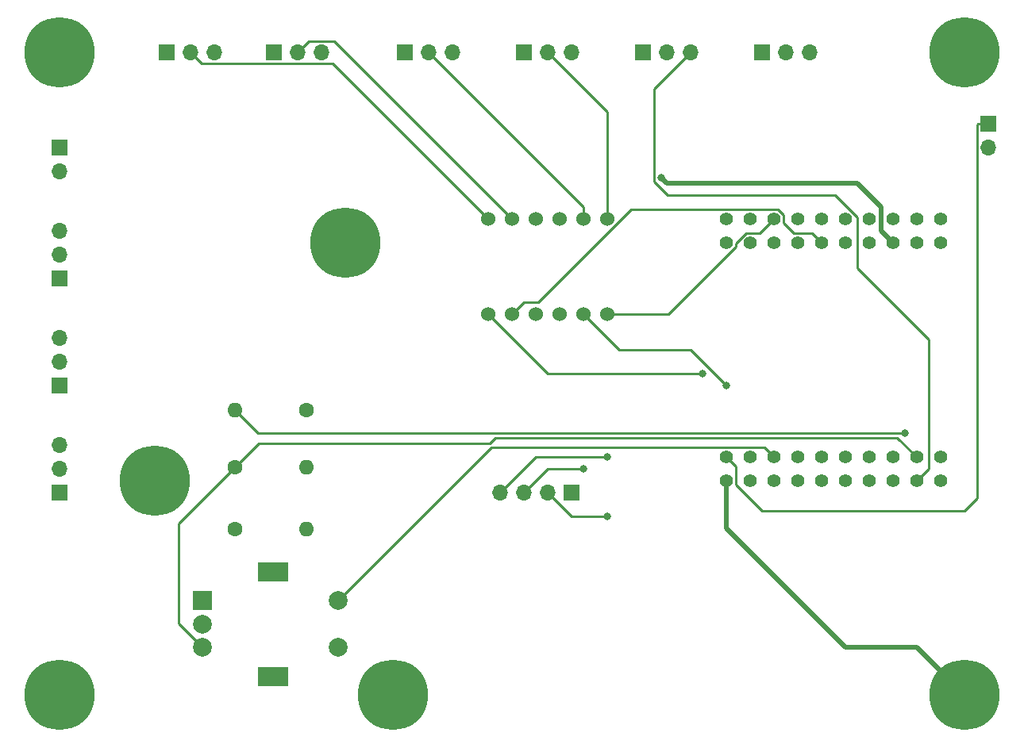
<source format=gbr>
%TF.GenerationSoftware,KiCad,Pcbnew,7.0.6*%
%TF.CreationDate,2025-02-04T21:06:21+01:00*%
%TF.ProjectId,PCB,5043422e-6b69-4636-9164-5f7063625858,rev?*%
%TF.SameCoordinates,Original*%
%TF.FileFunction,Copper,L2,Bot*%
%TF.FilePolarity,Positive*%
%FSLAX46Y46*%
G04 Gerber Fmt 4.6, Leading zero omitted, Abs format (unit mm)*
G04 Created by KiCad (PCBNEW 7.0.6) date 2025-02-04 21:06:21*
%MOMM*%
%LPD*%
G01*
G04 APERTURE LIST*
%TA.AperFunction,ComponentPad*%
%ADD10C,7.500000*%
%TD*%
%TA.AperFunction,ComponentPad*%
%ADD11R,1.700000X1.700000*%
%TD*%
%TA.AperFunction,ComponentPad*%
%ADD12O,1.700000X1.700000*%
%TD*%
%TA.AperFunction,ComponentPad*%
%ADD13R,2.000000X2.000000*%
%TD*%
%TA.AperFunction,ComponentPad*%
%ADD14C,2.000000*%
%TD*%
%TA.AperFunction,ComponentPad*%
%ADD15R,3.200000X2.000000*%
%TD*%
%TA.AperFunction,ComponentPad*%
%ADD16C,1.600000*%
%TD*%
%TA.AperFunction,ComponentPad*%
%ADD17O,1.600000X1.600000*%
%TD*%
%TA.AperFunction,ComponentPad*%
%ADD18C,1.400000*%
%TD*%
%TA.AperFunction,ComponentPad*%
%ADD19C,1.524000*%
%TD*%
%TA.AperFunction,ViaPad*%
%ADD20C,0.800000*%
%TD*%
%TA.AperFunction,Conductor*%
%ADD21C,0.500000*%
%TD*%
%TA.AperFunction,Conductor*%
%ADD22C,0.250000*%
%TD*%
G04 APERTURE END LIST*
D10*
%TO.P,,1*%
%TO.N,GND*%
X119380000Y-111760000D03*
%TD*%
%TO.P,,1*%
%TO.N,GND*%
X139700000Y-86360000D03*
%TD*%
D11*
%TO.P,J6,1,Pin_1*%
%TO.N,5VCC*%
X158750000Y-66040000D03*
D12*
%TO.P,J6,2,Pin_2*%
%TO.N,Net-(J6-Pin_2)*%
X161290000Y-66040000D03*
%TO.P,J6,3,Pin_3*%
%TO.N,GND*%
X163830000Y-66040000D03*
%TD*%
D11*
%TO.P,J5,1,Pin_1*%
%TO.N,5VCC*%
X146050000Y-66040000D03*
D12*
%TO.P,J5,2,Pin_2*%
%TO.N,Net-(J5-Pin_2)*%
X148590000Y-66040000D03*
%TO.P,J5,3,Pin_3*%
%TO.N,GND*%
X151130000Y-66040000D03*
%TD*%
D13*
%TO.P,SW1,A,A*%
%TO.N,Net-(U1-IO_10{slash}SD3)*%
X124460000Y-124540000D03*
D14*
%TO.P,SW1,B,B*%
%TO.N,Net-(U1-IO_13{slash}TCK)*%
X124460000Y-129540000D03*
%TO.P,SW1,C,C*%
%TO.N,GND*%
X124460000Y-127040000D03*
D15*
%TO.P,SW1,MP*%
%TO.N,N/C*%
X131960000Y-121440000D03*
X131960000Y-132640000D03*
D14*
%TO.P,SW1,S1,S1*%
%TO.N,GND*%
X138960000Y-129540000D03*
%TO.P,SW1,S2,S2*%
%TO.N,Net-(U1-IO_26{slash}D0)*%
X138960000Y-124540000D03*
%TD*%
D10*
%TO.P,,1*%
%TO.N,GND*%
X205740000Y-66040000D03*
%TD*%
%TO.P,REF\u002A\u002A,1*%
%TO.N,GND*%
X119380000Y-111760000D03*
%TD*%
D16*
%TO.P,R1,1*%
%TO.N,3V3*%
X135520000Y-104180000D03*
D17*
%TO.P,R1,2*%
%TO.N,Net-(U1-IO_10{slash}SD3)*%
X127900000Y-104180000D03*
%TD*%
D16*
%TO.P,R2,1*%
%TO.N,Net-(U1-IO_13{slash}TCK)*%
X127900000Y-110290000D03*
D17*
%TO.P,R2,2*%
%TO.N,3V3*%
X135520000Y-110290000D03*
%TD*%
D10*
%TO.P,,1*%
%TO.N,GND*%
X144780000Y-134620000D03*
%TD*%
D11*
%TO.P,J4,1,Pin_1*%
%TO.N,Net-(J4-Pin_1)*%
X208280000Y-73660000D03*
D12*
%TO.P,J4,2,Pin_2*%
%TO.N,GND*%
X208280000Y-76200000D03*
%TD*%
D10*
%TO.P,,1*%
%TO.N,GND*%
X205740000Y-134620000D03*
%TD*%
%TO.P,REF\u002A\u002A,1*%
%TO.N,GND*%
X139700000Y-86360000D03*
%TD*%
D11*
%TO.P,J7,1,Pin_1*%
%TO.N,GND*%
X171450000Y-66040000D03*
D12*
%TO.P,J7,2,Pin_2*%
%TO.N,3V3*%
X173990000Y-66040000D03*
%TO.P,J7,3,Pin_3*%
%TO.N,Net-(J7-Pin_3)*%
X176530000Y-66040000D03*
%TD*%
D18*
%TO.P,U1,40,CLK*%
%TO.N,unconnected-(U1-CLK-Pad40)*%
X203200000Y-83820000D03*
%TO.P,U1,39,SD0*%
%TO.N,unconnected-(U1-SD0-Pad39)*%
X203200000Y-86360000D03*
%TO.P,U1,38,SD1*%
%TO.N,unconnected-(U1-SD1-Pad38)*%
X200660000Y-83820000D03*
%TO.P,U1,37,TD0*%
%TO.N,unconnected-(U1-TD0-Pad37)*%
X200660000Y-86360000D03*
%TO.P,U1,36,IO_02*%
%TO.N,unconnected-(U1-IO_02-Pad36)*%
X198120000Y-83820000D03*
%TO.P,U1,35,VCC_(USB)*%
%TO.N,5VCC*%
X198120000Y-86360000D03*
%TO.P,U1,34,IO_00*%
%TO.N,unconnected-(U1-IO_00-Pad34)*%
X195580000Y-83820000D03*
%TO.P,U1,33,GND*%
%TO.N,GND*%
X195580000Y-86360000D03*
%TO.P,U1,32,IO_04*%
%TO.N,unconnected-(U1-IO_04-Pad32)*%
X193040000Y-83820000D03*
%TO.P,U1,31,IO_16/D4*%
%TO.N,unconnected-(U1-IO_16{slash}D4-Pad31)*%
X193040000Y-86360000D03*
%TO.P,U1,30,IO_12/TDI*%
%TO.N,Net-(J8-Pin_3)*%
X190500000Y-83820000D03*
%TO.P,U1,29,IO_17/D3*%
%TO.N,Net-(U1-IO_17{slash}D3)*%
X190500000Y-86360000D03*
%TO.P,U1,28,IO_32*%
%TO.N,unconnected-(U1-IO_32-Pad28)*%
X187960000Y-83820000D03*
%TO.P,U1,27,IO_21/D2/SDA*%
%TO.N,Net-(J3-Pin_4)*%
X187960000Y-86360000D03*
%TO.P,U1,26,IO_25*%
%TO.N,Net-(U1-IO_25)*%
X185420000Y-83820000D03*
%TO.P,U1,25,IO_22/D1/SCL*%
%TO.N,Net-(J3-Pin_3)*%
X185420000Y-86360000D03*
%TO.P,U1,24,IO_27*%
%TO.N,unconnected-(U1-IO_27-Pad24)*%
X182880000Y-83820000D03*
%TO.P,U1,23,RXD*%
%TO.N,unconnected-(U1-RXD-Pad23)*%
X182880000Y-86360000D03*
%TO.P,U1,22,GND*%
%TO.N,GND*%
X180340000Y-83820000D03*
%TO.P,U1,21,TXD*%
%TO.N,unconnected-(U1-TXD-Pad21)*%
X180340000Y-86360000D03*
%TO.P,U1,20,IO_10/SD3*%
%TO.N,Net-(U1-IO_10{slash}SD3)*%
X203200000Y-109220000D03*
%TO.P,U1,19,CMD*%
%TO.N,unconnected-(U1-CMD-Pad19)*%
X203200000Y-111760000D03*
%TO.P,U1,18,IO_13/TCK*%
%TO.N,Net-(U1-IO_13{slash}TCK)*%
X200660000Y-109220000D03*
%TO.P,U1,17,IO_09/SD2*%
%TO.N,Net-(J7-Pin_3)*%
X200660000Y-111760000D03*
%TO.P,U1,16,3V3*%
%TO.N,3V3*%
X198120000Y-109220000D03*
%TO.P,U1,15,NC*%
%TO.N,unconnected-(U1-NC-Pad15)*%
X198120000Y-111760000D03*
%TO.P,U1,14,IO_05/D8*%
%TO.N,Net-(U1-IO_05{slash}D8)*%
X195580000Y-109220000D03*
%TO.P,U1,13,IO_14/TMS*%
%TO.N,unconnected-(U1-IO_14{slash}TMS-Pad13)*%
X195580000Y-111760000D03*
%TO.P,U1,12,IO_23/D7*%
%TO.N,Net-(U1-IO_23{slash}D7)*%
X193040000Y-109220000D03*
%TO.P,U1,11,IO_34*%
%TO.N,unconnected-(U1-IO_34-Pad11)*%
X193040000Y-111760000D03*
%TO.P,U1,10,IO_19/D6*%
%TO.N,unconnected-(U1-IO_19{slash}D6-Pad10)*%
X190500000Y-109220000D03*
%TO.P,U1,9,IO_33*%
%TO.N,unconnected-(U1-IO_33-Pad9)*%
X190500000Y-111760000D03*
%TO.P,U1,8,IO_18/D5*%
%TO.N,unconnected-(U1-IO_18{slash}D5-Pad8)*%
X187960000Y-109220000D03*
%TO.P,U1,7,IO_35*%
%TO.N,unconnected-(U1-IO_35-Pad7)*%
X187960000Y-111760000D03*
%TO.P,U1,6,IO_26/D0*%
%TO.N,Net-(U1-IO_26{slash}D0)*%
X185420000Y-109220000D03*
%TO.P,U1,5,IO_39/SVN*%
%TO.N,unconnected-(U1-IO_39{slash}SVN-Pad5)*%
X185420000Y-111760000D03*
%TO.P,U1,4,IO_36/SVP/A0*%
%TO.N,unconnected-(U1-IO_36{slash}SVP{slash}A0-Pad4)*%
X182880000Y-109220000D03*
%TO.P,U1,3,NC*%
%TO.N,unconnected-(U1-NC-Pad3)*%
X182880000Y-111760000D03*
%TO.P,U1,2,RST*%
%TO.N,Net-(J4-Pin_1)*%
X180340000Y-109220000D03*
%TO.P,U1,1,GND*%
%TO.N,GND*%
X180340000Y-111760000D03*
%TD*%
D11*
%TO.P,J9,1,Pin_1*%
%TO.N,GND*%
X109220000Y-113030000D03*
D12*
%TO.P,J9,2,Pin_2*%
X109220000Y-110490000D03*
%TO.P,J9,3,Pin_3*%
X109220000Y-107950000D03*
%TD*%
D19*
%TO.P,U2,1,LV1*%
%TO.N,Net-(U1-IO_05{slash}D8)*%
X154940000Y-93980000D03*
%TO.P,U2,2,LV2*%
%TO.N,Net-(U1-IO_17{slash}D3)*%
X157480000Y-93980000D03*
%TO.P,U2,3,LV*%
%TO.N,3V3*%
X160020000Y-93980000D03*
%TO.P,U2,4,GND*%
%TO.N,GND*%
X162560000Y-93980000D03*
%TO.P,U2,5,LV3*%
%TO.N,Net-(U1-IO_23{slash}D7)*%
X165100000Y-93980000D03*
%TO.P,U2,6,LV4*%
%TO.N,Net-(U1-IO_25)*%
X167640000Y-93980000D03*
%TO.P,U2,7,HV1*%
%TO.N,Net-(J1-Pin_2)*%
X154940000Y-83820000D03*
%TO.P,U2,8,HV2*%
%TO.N,Net-(J2-Pin_2)*%
X157480000Y-83820000D03*
%TO.P,U2,9,HV*%
%TO.N,5VCC*%
X160020000Y-83820000D03*
%TO.P,U2,10,GND*%
%TO.N,GND*%
X162560000Y-83820000D03*
%TO.P,U2,11,HV3*%
%TO.N,Net-(J5-Pin_2)*%
X165100000Y-83820000D03*
%TO.P,U2,12,HV4*%
%TO.N,Net-(J6-Pin_2)*%
X167640000Y-83820000D03*
%TD*%
D16*
%TO.P,R3,1*%
%TO.N,Net-(U1-IO_26{slash}D0)*%
X127900000Y-116880000D03*
D17*
%TO.P,R3,2*%
%TO.N,3V3*%
X135520000Y-116880000D03*
%TD*%
D11*
%TO.P,J11,1,Pin_1*%
%TO.N,5VCC*%
X109220000Y-90170000D03*
D12*
%TO.P,J11,2,Pin_2*%
X109220000Y-87630000D03*
%TO.P,J11,3,Pin_3*%
X109220000Y-85090000D03*
%TD*%
D10*
%TO.P,REF\u002A\u002A,1*%
%TO.N,GND*%
X109220000Y-66040000D03*
%TD*%
D11*
%TO.P,J8,1,Pin_1*%
%TO.N,GND*%
X184165000Y-66040000D03*
D12*
%TO.P,J8,2,Pin_2*%
%TO.N,3V3*%
X186705000Y-66040000D03*
%TO.P,J8,3,Pin_3*%
%TO.N,Net-(J8-Pin_3)*%
X189245000Y-66040000D03*
%TD*%
D11*
%TO.P,J2,1,Pin_1*%
%TO.N,5VCC*%
X132080000Y-66040000D03*
D12*
%TO.P,J2,2,Pin_2*%
%TO.N,Net-(J2-Pin_2)*%
X134620000Y-66040000D03*
%TO.P,J2,3,Pin_3*%
%TO.N,GND*%
X137160000Y-66040000D03*
%TD*%
D11*
%TO.P,J1,1,Pin_1*%
%TO.N,5VCC*%
X120650000Y-66040000D03*
D12*
%TO.P,J1,2,Pin_2*%
%TO.N,Net-(J1-Pin_2)*%
X123190000Y-66040000D03*
%TO.P,J1,3,Pin_3*%
%TO.N,GND*%
X125730000Y-66040000D03*
%TD*%
D11*
%TO.P,J0,1,Pin_1*%
%TO.N,5VCC*%
X109220000Y-76200000D03*
D12*
%TO.P,J0,2,Pin_2*%
%TO.N,GND*%
X109220000Y-78740000D03*
%TD*%
D11*
%TO.P,J10,1,Pin_1*%
%TO.N,3V3*%
X109220000Y-101600000D03*
D12*
%TO.P,J10,2,Pin_2*%
X109220000Y-99060000D03*
%TO.P,J10,3,Pin_3*%
X109220000Y-96520000D03*
%TD*%
D10*
%TO.P,REF\u002A\u002A,1*%
%TO.N,GND*%
X144780000Y-134620000D03*
%TD*%
D11*
%TO.P,J3,1,Pin_1*%
%TO.N,GND*%
X163820000Y-113030000D03*
D12*
%TO.P,J3,2,Pin_2*%
%TO.N,3V3*%
X161280000Y-113030000D03*
%TO.P,J3,3,Pin_3*%
%TO.N,Net-(J3-Pin_3)*%
X158740000Y-113030000D03*
%TO.P,J3,4,Pin_4*%
%TO.N,Net-(J3-Pin_4)*%
X156200000Y-113030000D03*
%TD*%
D10*
%TO.P,,1*%
%TO.N,GND*%
X109220000Y-66040000D03*
%TD*%
%TO.P,REF\u002A\u002A,1*%
%TO.N,GND*%
X109220000Y-134620000D03*
%TD*%
%TO.P,REF\u002A\u002A,1*%
%TO.N,GND*%
X205740000Y-66040000D03*
%TD*%
D20*
%TO.N,5VCC*%
X173355000Y-79375000D03*
%TO.N,3V3*%
X167640000Y-115570000D03*
%TO.N,Net-(J3-Pin_3)*%
X165100000Y-110490000D03*
%TO.N,Net-(J3-Pin_4)*%
X167640000Y-109220000D03*
%TO.N,Net-(U1-IO_10{slash}SD3)*%
X199390000Y-106680000D03*
%TO.N,Net-(U1-IO_23{slash}D7)*%
X180340000Y-101600000D03*
%TO.N,Net-(U1-IO_05{slash}D8)*%
X177800000Y-100330000D03*
%TD*%
D21*
%TO.N,GND*%
X180340000Y-116840000D02*
X180340000Y-111760000D01*
X193040000Y-129540000D02*
X180340000Y-116840000D01*
X205740000Y-134620000D02*
X200660000Y-129540000D01*
X200660000Y-129540000D02*
X193040000Y-129540000D01*
%TO.N,5VCC*%
X196850000Y-85090000D02*
X198120000Y-86360000D01*
X173990000Y-80010000D02*
X194310000Y-80010000D01*
X196850000Y-82550000D02*
X196850000Y-85090000D01*
X173355000Y-79375000D02*
X173990000Y-80010000D01*
X194310000Y-80010000D02*
X196850000Y-82550000D01*
D22*
%TO.N,Net-(J1-Pin_2)*%
X154940000Y-83820000D02*
X138335000Y-67215000D01*
X124365000Y-67215000D02*
X123190000Y-66040000D01*
X138335000Y-67215000D02*
X124365000Y-67215000D01*
%TO.N,Net-(J2-Pin_2)*%
X135795000Y-64865000D02*
X134620000Y-66040000D01*
X138525000Y-64865000D02*
X135795000Y-64865000D01*
X157480000Y-83820000D02*
X138525000Y-64865000D01*
%TO.N,3V3*%
X167640000Y-115570000D02*
X163820000Y-115570000D01*
X163820000Y-115570000D02*
X161280000Y-113030000D01*
%TO.N,Net-(J3-Pin_3)*%
X165100000Y-110490000D02*
X161280000Y-110490000D01*
X161280000Y-110490000D02*
X158740000Y-113030000D01*
%TO.N,Net-(J3-Pin_4)*%
X160010000Y-109220000D02*
X167640000Y-109220000D01*
X156200000Y-113030000D02*
X160010000Y-109220000D01*
%TO.N,Net-(J5-Pin_2)*%
X165100000Y-82550000D02*
X148590000Y-66040000D01*
X165100000Y-83820000D02*
X165100000Y-82550000D01*
%TO.N,Net-(J6-Pin_2)*%
X167640000Y-83820000D02*
X167640000Y-72390000D01*
X167640000Y-72390000D02*
X161290000Y-66040000D01*
%TO.N,Net-(J7-Pin_3)*%
X201930000Y-96699569D02*
X201930000Y-110490000D01*
X172630000Y-79831396D02*
X174078604Y-81280000D01*
X201930000Y-110490000D02*
X200660000Y-111760000D01*
X172630000Y-69940000D02*
X172630000Y-79831396D01*
X176530000Y-66040000D02*
X172630000Y-69940000D01*
X194310000Y-89079569D02*
X201930000Y-96699569D01*
X194310000Y-83640431D02*
X194310000Y-89079569D01*
X191949569Y-81280000D02*
X194310000Y-83640431D01*
X174078604Y-81280000D02*
X191949569Y-81280000D01*
%TO.N,Net-(U1-IO_10{slash}SD3)*%
X199390000Y-106680000D02*
X130400000Y-106680000D01*
X130400000Y-106680000D02*
X127900000Y-104180000D01*
%TO.N,Net-(U1-IO_13{slash}TCK)*%
X155733604Y-107130000D02*
X198570000Y-107130000D01*
X127900000Y-110290000D02*
X130445000Y-107745000D01*
X121920000Y-127000000D02*
X124460000Y-129540000D01*
X198570000Y-107130000D02*
X200660000Y-109220000D01*
X127900000Y-110290000D02*
X121920000Y-116270000D01*
X155118604Y-107745000D02*
X155733604Y-107130000D01*
X130445000Y-107745000D02*
X155118604Y-107745000D01*
X121920000Y-116270000D02*
X121920000Y-127000000D01*
%TO.N,Net-(U1-IO_26{slash}D0)*%
X138960000Y-124540000D02*
X155305000Y-108195000D01*
X155305000Y-108195000D02*
X184395000Y-108195000D01*
X184395000Y-108195000D02*
X185420000Y-109220000D01*
%TO.N,Net-(J4-Pin_1)*%
X208280000Y-73660000D02*
X207180000Y-73660000D01*
X207180000Y-73660000D02*
X207105000Y-73735000D01*
X181365000Y-112150000D02*
X181365000Y-110245000D01*
X184150000Y-114935000D02*
X181365000Y-112150000D01*
X207105000Y-113570000D02*
X205740000Y-114935000D01*
X205740000Y-114935000D02*
X184150000Y-114935000D01*
X207105000Y-73735000D02*
X207105000Y-113570000D01*
X181365000Y-110245000D02*
X180340000Y-109220000D01*
%TO.N,Net-(U1-IO_23{slash}D7)*%
X168910000Y-97790000D02*
X165100000Y-93980000D01*
X176530000Y-97790000D02*
X168910000Y-97790000D01*
X180340000Y-101600000D02*
X176530000Y-97790000D01*
%TO.N,Net-(U1-IO_05{slash}D8)*%
X161290000Y-100330000D02*
X154940000Y-93980000D01*
X177800000Y-100330000D02*
X161290000Y-100330000D01*
%TO.N,Net-(U1-IO_25)*%
X174169569Y-93980000D02*
X167640000Y-93980000D01*
X183905000Y-85335000D02*
X182455431Y-85335000D01*
X185420000Y-83820000D02*
X183905000Y-85335000D01*
X181365000Y-86784569D02*
X174169569Y-93980000D01*
X182455431Y-85335000D02*
X181365000Y-86425431D01*
X181365000Y-86425431D02*
X181365000Y-86784569D01*
%TO.N,Net-(U1-IO_17{slash}D3)*%
X186445000Y-83395431D02*
X185844569Y-82795000D01*
X160287251Y-92710000D02*
X158750000Y-92710000D01*
X187535431Y-85335000D02*
X186445000Y-84244569D01*
X185844569Y-82795000D02*
X170202251Y-82795000D01*
X190500000Y-86360000D02*
X189475000Y-85335000D01*
X189475000Y-85335000D02*
X187535431Y-85335000D01*
X186445000Y-84244569D02*
X186445000Y-83395431D01*
X170202251Y-82795000D02*
X160287251Y-92710000D01*
X158750000Y-92710000D02*
X157480000Y-93980000D01*
%TD*%
M02*

</source>
